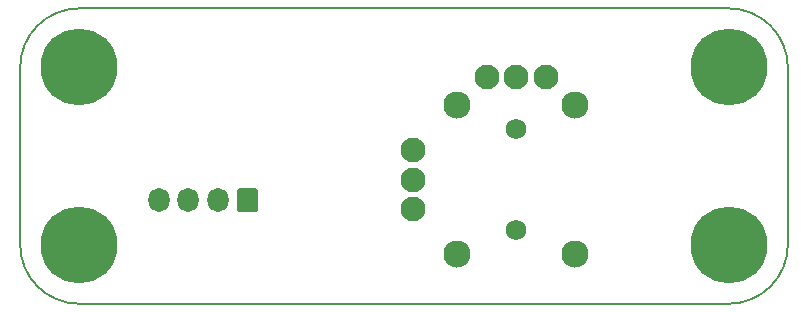
<source format=gbr>
%TF.GenerationSoftware,KiCad,Pcbnew,(5.1.6)-1*%
%TF.CreationDate,2021-04-13T16:40:33+02:00*%
%TF.ProjectId,11_Joystick,31315f4a-6f79-4737-9469-636b2e6b6963,rev?*%
%TF.SameCoordinates,Original*%
%TF.FileFunction,Soldermask,Bot*%
%TF.FilePolarity,Negative*%
%FSLAX46Y46*%
G04 Gerber Fmt 4.6, Leading zero omitted, Abs format (unit mm)*
G04 Created by KiCad (PCBNEW (5.1.6)-1) date 2021-04-13 16:40:33*
%MOMM*%
%LPD*%
G01*
G04 APERTURE LIST*
%TA.AperFunction,Profile*%
%ADD10C,0.150000*%
%TD*%
%ADD11C,1.750000*%
%ADD12C,2.300000*%
%ADD13C,2.100000*%
%ADD14C,0.900000*%
%ADD15C,6.500000*%
%ADD16O,1.800000X2.050000*%
G04 APERTURE END LIST*
D10*
X140000000Y-130000000D02*
X195000000Y-130000000D01*
X195000000Y-130000000D02*
G75*
G02*
X200000000Y-135000000I0J-5000000D01*
G01*
X200000000Y-150000000D02*
G75*
G02*
X195000000Y-155000000I-5000000J0D01*
G01*
X140000000Y-155000000D02*
G75*
G02*
X135000000Y-150000000I0J5000000D01*
G01*
X135000000Y-135000000D02*
G75*
G02*
X140000000Y-130000000I5000000J0D01*
G01*
X135000000Y-150000000D02*
X135000000Y-135000000D01*
X195000000Y-155000000D02*
X140000000Y-155000000D01*
X200000000Y-135000000D02*
X200000000Y-150000000D01*
D11*
%TO.C,U2*%
X177000000Y-148800000D03*
X177000000Y-140200000D03*
D12*
X172000000Y-138175000D03*
X172000000Y-150825000D03*
X182000000Y-150825000D03*
X182000000Y-138175000D03*
D13*
X179500000Y-135770000D03*
X177000000Y-135770000D03*
X174500000Y-135770000D03*
X168270000Y-147000000D03*
X168270000Y-142000000D03*
X168270000Y-144500000D03*
%TD*%
D14*
%TO.C,H3*%
X196697056Y-148302944D03*
X195000000Y-147600000D03*
X193302944Y-148302944D03*
X192600000Y-150000000D03*
X193302944Y-151697056D03*
X195000000Y-152400000D03*
X196697056Y-151697056D03*
X197400000Y-150000000D03*
D15*
X195000000Y-150000000D03*
%TD*%
D14*
%TO.C,H1*%
X141697056Y-133302944D03*
X140000000Y-132600000D03*
X138302944Y-133302944D03*
X137600000Y-135000000D03*
X138302944Y-136697056D03*
X140000000Y-137400000D03*
X141697056Y-136697056D03*
X142400000Y-135000000D03*
D15*
X140000000Y-135000000D03*
%TD*%
D14*
%TO.C,H2*%
X196697056Y-133302944D03*
X195000000Y-132600000D03*
X193302944Y-133302944D03*
X192600000Y-135000000D03*
X193302944Y-136697056D03*
X195000000Y-137400000D03*
X196697056Y-136697056D03*
X197400000Y-135000000D03*
D15*
X195000000Y-135000000D03*
%TD*%
D14*
%TO.C,H4*%
X141697056Y-148302944D03*
X140000000Y-147600000D03*
X138302944Y-148302944D03*
X137600000Y-150000000D03*
X138302944Y-151697056D03*
X140000000Y-152400000D03*
X141697056Y-151697056D03*
X142400000Y-150000000D03*
D15*
X140000000Y-150000000D03*
%TD*%
%TO.C,J1*%
G36*
G01*
X155150000Y-145489706D02*
X155150000Y-147010294D01*
G75*
G02*
X154885294Y-147275000I-264706J0D01*
G01*
X153614706Y-147275000D01*
G75*
G02*
X153350000Y-147010294I0J264706D01*
G01*
X153350000Y-145489706D01*
G75*
G02*
X153614706Y-145225000I264706J0D01*
G01*
X154885294Y-145225000D01*
G75*
G02*
X155150000Y-145489706I0J-264706D01*
G01*
G37*
D16*
X151750000Y-146250000D03*
X149250000Y-146250000D03*
X146750000Y-146250000D03*
%TD*%
M02*

</source>
